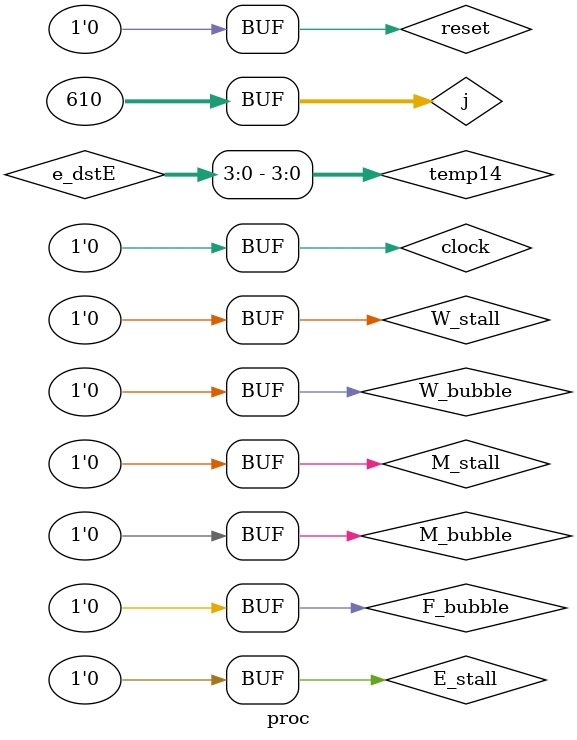
<source format=v>
`include "registers.v"
`include "fetch.v"
`include "decode.v"
`include "execute.v"
`include "memory.v"
`include "pc_update.v"

module proc();

wire [63:0] rax, rcx, rdx, rbx, rsp, rbp, rsi, rdi, r8, r9, r10, r11, r12, r13, r14;
wire [2:0]cc;
parameter NOP =4'h1;
reg clock;
integer j;
//fetch
wire reset=0;
wire [63:0] f_predPC, F_predPC;
reg [63:0]f_pc=64'b0;
reg F_stall, F_bubble;
wire [ 1:0] f_stat;
wire [ 3:0] f_icode;
wire [ 3:0] f_ifun;
wire [ 3:0] f_rA;
wire [ 3:0] f_rB;
wire [63:0] f_valC;
wire [63:0] f_valP;
wire instr_valid, imem_error;

//decode
wire [ 1:0] D_stat;
wire [63:0] D_pc;
wire [ 3:0] D_icode;
wire [ 3:0] D_ifun;
wire [ 3:0] D_rA;
wire [ 3:0] D_rB;
wire [63:0] D_valC;
wire [63:0] D_valP;
wire [63:0] d_valA;
wire [63:0] d_valB;
wire [63:0] d_rvalA;
wire [63:0] d_rvalB;
wire [ 3:0] d_dstE;
wire [ 3:0] d_dstM;
wire [ 3:0] d_srcA;
wire [ 3:0] d_srcB;
reg D_stall, D_bubble;

//execute
wire [ 1:0] E_stat;
wire [63:0] E_pc;
wire [ 3:0] E_icode;
wire [ 3:0] E_ifun;
wire [63:0] E_valC;
wire [63:0] E_valA;
wire [63:0] E_valB;
wire [ 3:0] E_dstE;
wire [ 3:0] E_dstM;
wire [ 3:0] E_srcA;
wire [ 3:0] E_srcB;
wire [63:0] aluA;
wire [63:0] aluB;
wire set_cc;
wire [ 2:0] new_cc;
wire [ 3:0] alufun;
wire e_Cnd;
wire [63:0] e_valE;
wire [ 3:0] e_dstE;
reg E_stall, E_bubble;

//memory
wire [ 1:0] M_stat;
wire [63:0] M_pc;
wire [ 3:0] M_icode;
wire [ 3:0] M_ifun;
wire M_Cnd;
wire [63:0] M_valE;
wire [63:0] M_valA;
wire [ 3:0] M_dstE;
wire [ 3:0] M_dstM;
wire [ 1:0] m_stat;
wire [63:0] mem_addr;
wire [63:0] mem_data;
wire mem_read;
wire mem_write;
wire [63:0] m_valM;
reg M_stall, M_bubble;

//write-back
wire [ 1:0] W_stat;
wire [63:0] W_pc;
wire [ 3:0] W_icode;
wire [63:0] W_valE;
wire [63:0] W_valM;
wire [ 3:0] W_dstE;
wire [ 3:0] W_dstM;
wire [63:0] w_valE;
wire [63:0] w_valM;
wire [ 3:0] w_dstE;
wire [ 3:0] w_dstM;
reg W_stall, W_bubble;


//preg(out, in, stall, bubble, bubbleval, clock)
//F 
preg #(64) F_predPC_reg(F_predPC, f_predPC, F_stall, F_bubble, 64'b0, clock);

//D
preg #(2) D_stat_reg(D_stat, f_stat, D_stall, D_bubble, 2'h0, clock);
preg #(64) D_pc_reg(D_pc, f_pc, D_stall, D_bubble, 64'b0, clock);
preg #(4) D_icode_reg(D_icode, f_icode, D_stall, D_bubble, NOP, clock);
preg #(4) D_ifun_reg(D_ifun, f_ifun, D_stall, D_bubble, 4'h0, clock);
preg #(4) D_rA_reg(D_rA, f_rA, D_stall, D_bubble, 4'hF, clock);
preg #(4) D_rB_reg(D_rB, f_rB, D_stall, D_bubble, 4'hF, clock);
preg #(64) D_valC_reg(D_valC, f_valC, D_stall, D_bubble, 64'b0, clock);
preg #(64) D_valP_reg(D_valP, f_valP, D_stall, D_bubble, 64'b0, clock);

//E
preg #(2) E_stat_reg(E_stat, D_stat, E_stall, E_bubble, 2'h0, clock);
preg #(64) E_pc_reg(E_pc, D_pc, E_stall, E_bubble, 64'b0, clock);
preg #(4) E_icode_reg(E_icode, D_icode, E_stall, E_bubble, NOP, clock);
preg #(4) E_ifun_reg(E_ifun, D_ifun, E_stall, E_bubble, 4'h0, clock);
preg #(64) E_valC_reg(E_valC, D_valC, E_stall, E_bubble, 64'b0, clock);
preg #(64) E_valA_reg(E_valA, d_valA, E_stall, E_bubble, 64'b0, clock);
preg #(64) E_valB_reg(E_valB, d_valB, E_stall, E_bubble, 64'b0, clock);
preg #(4) E_dstE_reg(E_dstE, d_dstE, E_stall, E_bubble, 4'hF, clock);
preg #(4) E_dstM_reg(E_dstM, d_dstM, E_stall, E_bubble, 4'hF, clock);
preg #(4) E_srcA_reg(E_srcA, d_srcA, E_stall, E_bubble, 4'hF, clock);
preg #(4) E_srcB_reg(E_srcB, d_srcB, E_stall, E_bubble, 4'hF, clock);

//M
preg #(2) M_stat_reg(M_stat, E_stat, M_stall, M_bubble, 2'h0, clock);
preg #(64) M_pc_reg(M_pc, E_pc, M_stall, M_bubble, 64'b0, clock);
preg #(4) M_icode_reg(M_icode, E_icode, M_stall, M_bubble, NOP, clock);
preg #(4) M_ifun_reg(M_ifun, E_ifun, M_stall, M_bubble, 4'h0, clock);
preg #(1) M_Cnd_reg(M_Cnd, e_Cnd, M_stall, M_bubble, 1'b0, clock);
preg #(64) M_valE_reg(M_valE, e_valE, M_stall, M_bubble, 64'b0, clock);
preg #(64) M_valA_reg(M_valA, E_valA, M_stall, M_bubble, 64'b0, clock);
preg #(4) M_dstE_reg(M_dstE, e_dstE, M_stall, M_bubble, 4'hF, clock);
preg #(4) M_dstM_reg(M_dstM, E_dstM, M_stall, M_bubble, 4'hF, clock);

//W
preg #(2) W_stat_reg(W_stat, m_stat, W_stall, W_bubble, 2'h0, clock);
preg #(64) W_pc_reg(W_pc, M_pc, W_stall, W_bubble, 64'b0, clock);
preg #(4) W_icode_reg(W_icode, M_icode, W_stall, W_bubble, NOP, clock);
preg #(64) W_valE_reg(W_valE, M_valE, W_stall, W_bubble, 64'b0, clock);
preg #(64) W_valM_reg(W_valM, m_valM, W_stall, W_bubble, 64'b0, clock);
preg #(4) W_dstE_reg(W_dstE, M_dstE, W_stall, W_bubble, 4'hF, clock);
preg #(4) W_dstM_reg(W_dstM, M_dstM, W_stall, W_bubble, 4'hF, clock);

initial begin
	//$monitor ($time,"ns:  clock=%b, PC=%h, icode=%h, ifun=%h, valP=%h\n",clock,PC,icode,ifun,valP); 
	$dumpfile("sim/proc.vcd");
    	$dumpvars(
		0,
		f_pc, f_predPC, F_predPC,
		f_stat, f_icode, f_ifun, instr_valid, imem_error,
		D_stat, D_pc, D_icode, D_ifun,
		E_stat, E_pc, E_icode, E_ifun, e_Cnd,
		M_stat, M_pc, M_icode, M_ifun, M_Cnd, m_stat,
		W_stat, W_pc, W_icode,
		cc, set_cc, new_cc,
		F_stall, F_bubble, D_stall, D_bubble, E_stall, E_bubble, M_stall, M_bubble, W_stall, W_bubble,
		clock,
		rax, rcx, rdx, rbx, rsp, rbp, rsi, rdi, r8, r9, r10, r11, r12, r13, r14
	);
	//valE='h2A382812;
	//#10;
	for(j=0;j<610;j++) begin 
	//valE=j+'h3424867AEC; //non-blocking=> o/p next cycle
	clock=1;
	#10;
	clock=0;
	#10;
	end
end





fetch FETCH(f_pc,f_icode, f_ifun, f_rA, f_rB, f_valC, f_valP, clock,instr_valid,imem_error,f_stat);
pc_update PC_UP(f_predPC,f_icode,f_valC,f_valP,clock);

reg_data REG_DATA(w_dstE, w_valE, w_dstM, w_valM, d_srcA, d_rvalA, d_srcB, d_rvalB, clock, rax, 
rcx, rdx, rbx, rsp, rbp, rsi, rdi,r8, r9, r10, r11, r12, r13, r14);
decode DECODE(D_icode,Cnd,D_rA,D_rB,clock,d_srcA,d_srcB,d_dstM,d_dstE);

execute EXECUTE(E_icode,E_ifun,E_valC,E_valA,E_valB,e_valE,e_Cnd,clock,new_cc,set_cc,cc);
cc CC(cc, new_cc, set_cc, clock);

Memory MEMORY(M_icode,M_valE,M_valA,instr_valid,imem_error,m_valM,clock,m_stat);






assign m_stat=M_stat;
assign w_dstE=W_dstE;
assign w_valE=W_valE;
assign w_dstM=W_dstM;
assign w_valM=W_valM;
always @(*) 
begin
    if((E_icode == 4'h5 | E_icode == 4'hB) & (E_dstM == d_srcA | E_dstM== d_srcB))//5-MRMOVQ, B-POPQ
        F_stall<=1;
    else if((D_icode==4'h9)|(E_icode==4'h9)|(M_icode==4'h9))//RET
        F_stall<=1;
    else 
        F_stall<=0;
    F_bubble<=0;

    if((E_icode == 4'h5 | E_icode == 4'hB) & (E_dstM == d_srcA | E_dstM == d_srcB))//5-MRMOVQ, B-POPQ, 7-JXX, 9-RET
         D_stall=1;
    else
         D_stall=0;
    if((E_icode == 4'h7) & (e_Cnd==0))//Mispredicted Branch
         D_bubble=1;
    else if(~((E_icode == 4'h5 | E_icode ==4'hB) & (E_dstM == d_srcA | E_dstM == d_srcB)) & ( D_icode ==4'h9  | E_icode==4'h9  | M_icode==4'h9 ))
         D_bubble=1;
    else 
        D_bubble=0;

    
    E_stall=0;
    if((E_icode == 4'h7)&(e_Cnd==0))//Mispredicted branch
        E_bubble=1;
    else if((E_icode == 4'h5 | E_icode == 4'hB) & (E_dstM == d_srcA | E_dstM == d_srcB))//5-MRMOVQ, B-POPQ
        E_bubble=1;
    else
        E_bubble=0;

    M_stall=0;
    M_bubble=0;

    W_stall=0;
    W_bubble=0;
end

reg [63:0]temp11,temp12;
assign d_valA=temp11;
assign d_valB=temp12;

always @(*) //Select and forward for A and B
begin
    if((D_icode == 4'h7 | D_icode == 4'h8))//jmp or call
        temp11= D_valP;
    else if(d_srcA == e_dstE)
        temp11=e_valE;
    else if(d_srcA == M_dstM)
        temp11=m_valM;
    else if(d_srcA == M_dstE)
        temp11=M_valE;
    else if(d_srcA == W_dstM)
        temp11=W_valM;
    else if(d_srcA == W_dstE)
        temp11=W_valE;
    else
        temp11=d_rvalA;

    
    if(d_srcB == e_dstE)
        temp12=e_valE;
    else if(d_srcB == M_dstM)
        temp12=m_valM; 
    else if(d_srcB== M_dstE) 
        temp12=M_valE;
    else if(d_srcB == W_dstM)
        temp12=W_valM;
    else if(d_srcB ==W_dstE) 
        temp12=W_valE;
    else
        temp12=d_rvalB;
end

reg [63:0]temp14;
assign e_dstE=temp14;
always @(*)  
begin
    if((M_icode == 4'h7) & M_Cnd==0)//jmp
        f_pc<= M_valA;
    else if(W_icode==4'h9)//ret
        f_pc<=W_valM;
    else if(F_predPC)
        f_pc<= F_predPC;
    if((E_icode==4'h2)& e_Cnd==0)
        temp14=4'hF;
    else
        temp14=E_dstE;
end
endmodule

</source>
